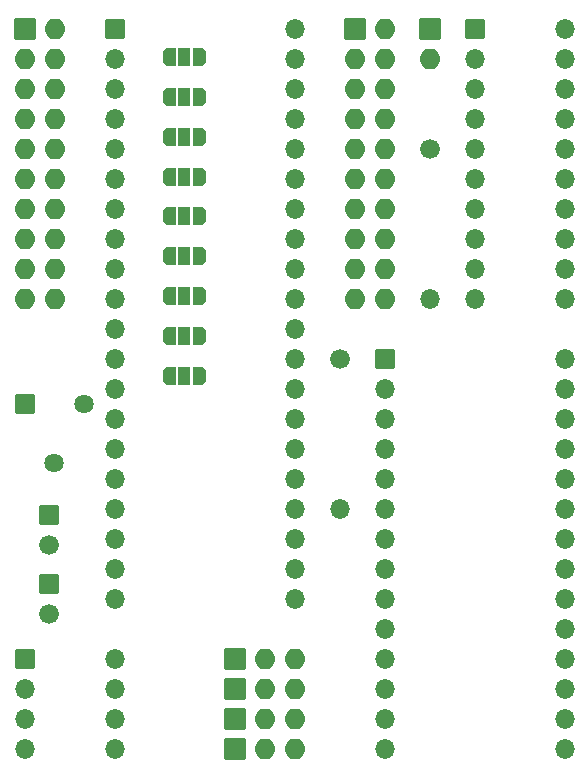
<source format=gbs>
G04 #@! TF.GenerationSoftware,KiCad,Pcbnew,8.0.6*
G04 #@! TF.CreationDate,2025-02-13T00:08:43+01:00*
G04 #@! TF.ProjectId,board_v1,626f6172-645f-4763-912e-6b696361645f,rev?*
G04 #@! TF.SameCoordinates,Original*
G04 #@! TF.FileFunction,Soldermask,Bot*
G04 #@! TF.FilePolarity,Negative*
%FSLAX46Y46*%
G04 Gerber Fmt 4.6, Leading zero omitted, Abs format (unit mm)*
G04 Created by KiCad (PCBNEW 8.0.6) date 2025-02-13 00:08:43*
%MOMM*%
%LPD*%
G01*
G04 APERTURE LIST*
G04 Aperture macros list*
%AMRoundRect*
0 Rectangle with rounded corners*
0 $1 Rounding radius*
0 $2 $3 $4 $5 $6 $7 $8 $9 X,Y pos of 4 corners*
0 Add a 4 corners polygon primitive as box body*
4,1,4,$2,$3,$4,$5,$6,$7,$8,$9,$2,$3,0*
0 Add four circle primitives for the rounded corners*
1,1,$1+$1,$2,$3*
1,1,$1+$1,$4,$5*
1,1,$1+$1,$6,$7*
1,1,$1+$1,$8,$9*
0 Add four rect primitives between the rounded corners*
20,1,$1+$1,$2,$3,$4,$5,0*
20,1,$1+$1,$4,$5,$6,$7,0*
20,1,$1+$1,$6,$7,$8,$9,0*
20,1,$1+$1,$8,$9,$2,$3,0*%
%AMFreePoly0*
4,1,35,0.576870,0.776870,0.588000,0.750000,0.588000,-0.750000,0.576870,-0.776870,0.550000,-0.788000,0.000000,-0.788000,-0.012286,-0.782911,-0.071157,-0.782911,-0.081863,-0.781372,-0.218414,-0.741277,-0.228252,-0.736784,-0.347974,-0.659843,-0.356148,-0.652760,-0.449345,-0.545205,-0.455193,-0.536106,-0.514312,-0.406652,-0.517359,-0.396274,-0.537613,-0.255408,-0.538000,-0.250000,-0.538000,0.250000,
-0.537613,0.255408,-0.517359,0.396274,-0.514312,0.406652,-0.455193,0.536106,-0.449345,0.545205,-0.356148,0.652760,-0.347974,0.659843,-0.228252,0.736784,-0.218414,0.741277,-0.081863,0.781372,-0.071157,0.782911,-0.012286,0.782911,0.000000,0.788000,0.550000,0.788000,0.576870,0.776870,0.576870,0.776870,$1*%
%AMFreePoly1*
4,1,35,0.012286,0.782911,0.071157,0.782911,0.081863,0.781372,0.218414,0.741277,0.228252,0.736784,0.347974,0.659843,0.356148,0.652760,0.449345,0.545205,0.455193,0.536106,0.514312,0.406652,0.517359,0.396274,0.537613,0.255408,0.538000,0.250000,0.538000,-0.250000,0.537613,-0.255408,0.517359,-0.396274,0.514312,-0.406652,0.455193,-0.536106,0.449345,-0.545205,0.356148,-0.652760,
0.347974,-0.659843,0.228252,-0.736784,0.218414,-0.741277,0.081863,-0.781372,0.071157,-0.782911,0.012286,-0.782911,0.000000,-0.788000,-0.550000,-0.788000,-0.576870,-0.776870,-0.588000,-0.750000,-0.588000,0.750000,-0.576870,0.776870,-0.550000,0.788000,0.000000,0.788000,0.012286,0.782911,0.012286,0.782911,$1*%
G04 Aperture macros list end*
%ADD10RoundRect,0.038000X-0.800000X-0.800000X0.800000X-0.800000X0.800000X0.800000X-0.800000X0.800000X0*%
%ADD11O,1.676000X1.676000*%
%ADD12RoundRect,0.038000X-0.850000X-0.850000X0.850000X-0.850000X0.850000X0.850000X-0.850000X0.850000X0*%
%ADD13O,1.776000X1.776000*%
%ADD14RoundRect,0.038000X0.850000X-0.850000X0.850000X0.850000X-0.850000X0.850000X-0.850000X-0.850000X0*%
%ADD15RoundRect,0.038000X-0.800000X0.800000X-0.800000X-0.800000X0.800000X-0.800000X0.800000X0.800000X0*%
%ADD16C,1.676000*%
%ADD17RoundRect,0.038000X-0.780000X-0.780000X0.780000X-0.780000X0.780000X0.780000X-0.780000X0.780000X0*%
%ADD18C,1.636000*%
%ADD19FreePoly0,180.000000*%
%ADD20RoundRect,0.038000X0.500000X0.750000X-0.500000X0.750000X-0.500000X-0.750000X0.500000X-0.750000X0*%
%ADD21FreePoly1,180.000000*%
G04 APERTURE END LIST*
D10*
X106680000Y-76200000D03*
D11*
X106680000Y-78740000D03*
X106680000Y-81280000D03*
X106680000Y-83820000D03*
X106680000Y-86360000D03*
X106680000Y-88900000D03*
X106680000Y-91440000D03*
X106680000Y-93980000D03*
X106680000Y-96520000D03*
X106680000Y-99060000D03*
X114300000Y-99060000D03*
X114300000Y-96520000D03*
X114300000Y-93980000D03*
X114300000Y-91440000D03*
X114300000Y-88900000D03*
X114300000Y-86360000D03*
X114300000Y-83820000D03*
X114300000Y-81280000D03*
X114300000Y-78740000D03*
X114300000Y-76200000D03*
D12*
X68580000Y-76200000D03*
D13*
X71120000Y-76200000D03*
X68580000Y-78740000D03*
X71120000Y-78740000D03*
X68580000Y-81280000D03*
X71120000Y-81280000D03*
X68580000Y-83820000D03*
X71120000Y-83820000D03*
X68580000Y-86360000D03*
X71120000Y-86360000D03*
X68580000Y-88900000D03*
X71120000Y-88900000D03*
X68580000Y-91440000D03*
X71120000Y-91440000D03*
X68580000Y-93980000D03*
X71120000Y-93980000D03*
X68580000Y-96520000D03*
X71120000Y-96520000D03*
X68580000Y-99060000D03*
X71120000Y-99060000D03*
D10*
X99060000Y-104140000D03*
D11*
X99060000Y-106680000D03*
X99060000Y-109220000D03*
X99060000Y-111760000D03*
X99060000Y-114300000D03*
X99060000Y-116840000D03*
X99060000Y-119380000D03*
X99060000Y-121920000D03*
X99060000Y-124460000D03*
X99060000Y-127000000D03*
X99060000Y-129540000D03*
X99060000Y-132080000D03*
X99060000Y-134620000D03*
X99060000Y-137160000D03*
X114300000Y-137160000D03*
X114300000Y-134620000D03*
X114300000Y-132080000D03*
X114300000Y-129540000D03*
X114300000Y-127000000D03*
X114300000Y-124460000D03*
X114300000Y-121920000D03*
X114300000Y-119380000D03*
X114300000Y-116840000D03*
X114300000Y-114300000D03*
X114300000Y-111760000D03*
X114300000Y-109220000D03*
X114300000Y-106680000D03*
X114300000Y-104140000D03*
D10*
X76200000Y-76200000D03*
D11*
X76200000Y-78740000D03*
X76200000Y-81280000D03*
X76200000Y-83820000D03*
X76200000Y-86360000D03*
X76200000Y-88900000D03*
X76200000Y-91440000D03*
X76200000Y-93980000D03*
X76200000Y-96520000D03*
X76200000Y-99060000D03*
X76200000Y-101600000D03*
X76200000Y-104140000D03*
X76200000Y-106680000D03*
X76200000Y-109220000D03*
X76200000Y-111760000D03*
X76200000Y-114300000D03*
X76200000Y-116840000D03*
X76200000Y-119380000D03*
X76200000Y-121920000D03*
X76200000Y-124460000D03*
X91440000Y-124460000D03*
X91440000Y-121920000D03*
X91440000Y-119380000D03*
X91440000Y-116840000D03*
X91440000Y-114300000D03*
X91440000Y-111760000D03*
X91440000Y-109220000D03*
X91440000Y-106680000D03*
X91440000Y-104140000D03*
X91440000Y-101600000D03*
X91440000Y-99060000D03*
X91440000Y-96520000D03*
X91440000Y-93980000D03*
X91440000Y-91440000D03*
X91440000Y-88900000D03*
X91440000Y-86360000D03*
X91440000Y-83820000D03*
X91440000Y-81280000D03*
X91440000Y-78740000D03*
X91440000Y-76200000D03*
D12*
X96520000Y-76200000D03*
D13*
X99060000Y-76200000D03*
X96520000Y-78740000D03*
X99060000Y-78740000D03*
X96520000Y-81280000D03*
X99060000Y-81280000D03*
X96520000Y-83820000D03*
X99060000Y-83820000D03*
X96520000Y-86360000D03*
X99060000Y-86360000D03*
X96520000Y-88900000D03*
X99060000Y-88900000D03*
X96520000Y-91440000D03*
X99060000Y-91440000D03*
X96520000Y-93980000D03*
X99060000Y-93980000D03*
X96520000Y-96520000D03*
X99060000Y-96520000D03*
X96520000Y-99060000D03*
X99060000Y-99060000D03*
D14*
X86360000Y-134620000D03*
D13*
X88900000Y-134620000D03*
X91440000Y-134620000D03*
D15*
X70612000Y-123190000D03*
D16*
X70612000Y-125690000D03*
D14*
X86360000Y-132080000D03*
D13*
X88900000Y-132080000D03*
X91440000Y-132080000D03*
D15*
X70612000Y-117348000D03*
D16*
X70612000Y-119848000D03*
D10*
X68580000Y-129540000D03*
D11*
X68580000Y-132080000D03*
X68580000Y-134620000D03*
X68580000Y-137160000D03*
X76200000Y-137160000D03*
X76200000Y-134620000D03*
X76200000Y-132080000D03*
X76200000Y-129540000D03*
D14*
X86360000Y-129540000D03*
D13*
X88900000Y-129540000D03*
X91440000Y-129540000D03*
D14*
X86360000Y-137160000D03*
D13*
X88900000Y-137160000D03*
X91440000Y-137160000D03*
D16*
X95250000Y-104140000D03*
D11*
X95250000Y-116840000D03*
D16*
X102870000Y-86360000D03*
D11*
X102870000Y-99060000D03*
D17*
X68580000Y-107950000D03*
D18*
X71080000Y-112950000D03*
X73580000Y-107950000D03*
D12*
X102870000Y-76200000D03*
D13*
X102870000Y-78740000D03*
D19*
X83423000Y-95444525D03*
D20*
X82123000Y-95444525D03*
D21*
X80823000Y-95444525D03*
D19*
X83423000Y-85315610D03*
D20*
X82123000Y-85315610D03*
D21*
X80823000Y-85315610D03*
D19*
X83423000Y-102197135D03*
D20*
X82123000Y-102197135D03*
D21*
X80823000Y-102197135D03*
D19*
X83423000Y-81939305D03*
D20*
X82123000Y-81939305D03*
D21*
X80823000Y-81939305D03*
D19*
X83423000Y-98820830D03*
D20*
X82123000Y-98820830D03*
D21*
X80823000Y-98820830D03*
D19*
X83423000Y-92068220D03*
D20*
X82123000Y-92068220D03*
D21*
X80823000Y-92068220D03*
D19*
X83423000Y-105573440D03*
D20*
X82123000Y-105573440D03*
D21*
X80823000Y-105573440D03*
D19*
X83423000Y-88691915D03*
D20*
X82123000Y-88691915D03*
D21*
X80823000Y-88691915D03*
D19*
X83423000Y-78563000D03*
D20*
X82123000Y-78563000D03*
D21*
X80823000Y-78563000D03*
M02*

</source>
